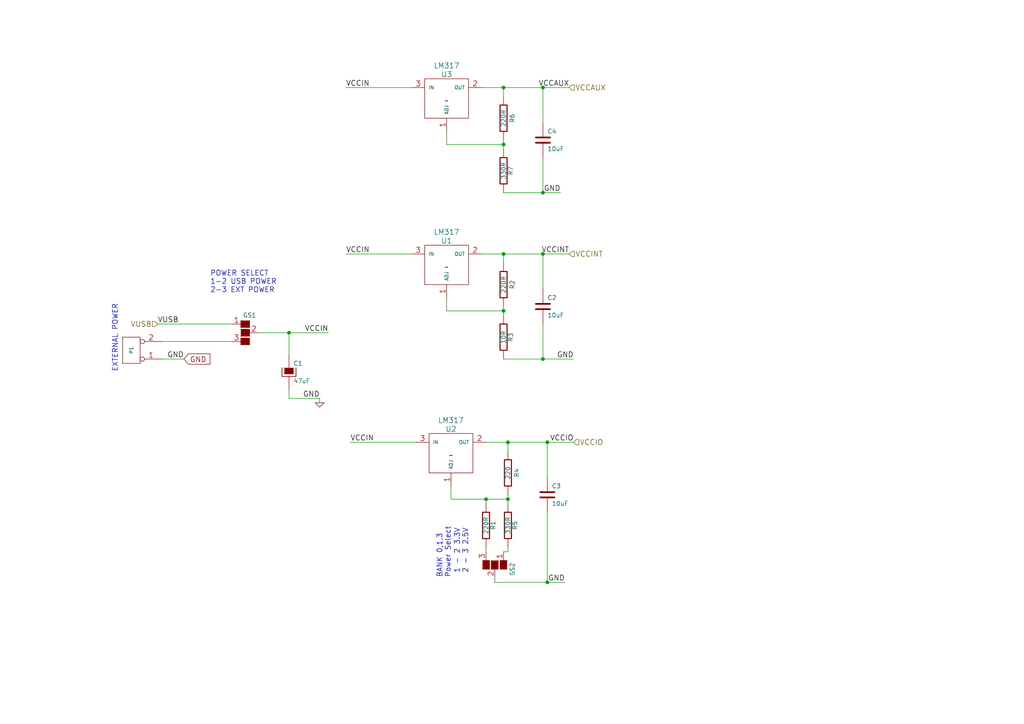
<source format=kicad_sch>
(kicad_sch (version 20211123) (generator eeschema)
  (paper "A4")
  (title_block (title "MIMAS SPARTAN 6 FPGA MODULE") (date "3 dec 2013") (company "Numato Lab") (comment 1 "http://www.numato.com") (comment 2 "License : CC BY-SA"))
  (lib_symbols
    (symbol "Mimas-rescue:C" (pin_numbers hide) (pin_names (offset 0.254))
      (property "Reference" "C" (at 0 2.54 0))
      (property "Value" "C" (at 0.1524 -2.159 0))
      (symbol "C_0_1"
        (polyline (pts (xy -2.032 -0.762) (xy 2.032 -0.762)) (stroke (width 0.508)))
        (polyline (pts (xy -2.032 0.762) (xy 2.032 0.762)) (stroke (width 0.508)))
      )
      (symbol "C_1_1"
        (pin passive line (at 0 5.08 270) (length 4.318) (name "~") (number "1"))
        (pin passive line (at 0 -5.08 90) (length 4.318) (name "~") (number "2"))
      )
    )
    (symbol "Mimas-rescue:CAPAPOL" (pin_numbers hide) (pin_names (offset 0.254) hide)
      (property "Reference" "C" (at 1.27 2.54 0))
      (property "Value" "CAPAPOL" (at 1.27 -2.54 0))
      (symbol "CAPAPOL_0_1"
        (polyline (pts (xy -2.032 1.27) (xy -2.032 -1.27) (xy 2.032 -1.27) (xy 2.032 1.27)) (stroke (width 0.2032)))
        (polyline (pts (xy -1.27 1.27) (xy -1.27 -0.508) (xy 1.27 -0.508) (xy 1.27 1.27)) (fill (type outline)))
      )
      (symbol "CAPAPOL_1_1"
        (pin passive line (at 0 5.08 270) (length 3.81) (name "~") (number "1"))
        (pin passive line (at 0 -5.08 90) (length 3.81) (name "~") (number "2"))
      )
    )
    (symbol "Mimas-rescue:CONN_2" (pin_names (offset 1.016) hide)
      (property "Reference" "P" (at -1.27 0 90))
      (property "Value" "CONN_2" (at 1.27 0 90))
      (symbol "CONN_2_0_1"
        (rectangle (start -2.54 3.81) (end 2.54 -3.81))
      )
      (symbol "CONN_2_1_1"
        (pin passive inverted (at -8.89 2.54 0) (length 6.35) (name "P1") (number "1"))
        (pin passive inverted (at -8.89 -2.54 0) (length 6.35) (name "PM") (number "2"))
      )
    )
    (symbol "Mimas-rescue:GND" (power) (pin_names (offset 0))
      (symbol "GND_0_1"
        (polyline (pts (xy -1.27 0) (xy 0 -1.27) (xy 1.27 0) (xy -1.27 0)))
      )
      (symbol "GND_1_1"
        (pin power_in line (at 0 0 90) (length 0) hide (name "GND") (number "1"))
      )
    )
    (symbol "Mimas-rescue:GS3" (pin_names (offset 1.016) hide)
      (property "Reference" "GS" (at 1.27 5.08 0))
      (property "Value" "GS3" (at 1.27 -5.0546 0))
      (symbol "GS3_0_1"
        (polyline (pts (xy -1.27 -3.556) (xy -1.27 -1.524) (xy 1.27 -1.524) (xy 1.27 -3.556)) (fill (type outline)))
        (polyline (pts (xy -1.27 1.016) (xy 1.27 1.016) (xy 1.27 -1.016) (xy -1.27 -1.016)) (fill (type outline)))
        (polyline (pts (xy -1.27 3.556) (xy -1.27 1.524) (xy 1.27 1.524) (xy 1.27 3.556)) (fill (type outline)))
      )
      (symbol "GS3_1_1"
        (pin passive line (at -3.81 2.54 0) (length 2.54) (name "G1") (number "1"))
        (pin passive line (at 3.81 0 180) (length 2.54) (name "G2") (number "2"))
        (pin passive line (at -3.81 -2.54 0) (length 2.54) (name "G3") (number "3"))
      )
    )
    (symbol "Mimas-rescue:LM317_SOT223" (pin_names (offset 1.016))
      (property "Reference" "U" (at 0 7.62 0))
      (property "Value" "LM317_SOT223" (at 1.27 -6.35 0))
      (symbol "LM317_SOT223_0_1"
        (rectangle (start -6.35 6.35) (end 6.35 -5.08))
      )
      (symbol "LM317_SOT223_1_1"
        (pin input line (at 0 -8.89 90) (length 3.81) (name "ADJ") (number "1"))
        (pin power_out line (at 10.16 3.81 180) (length 3.81) (name "OUT") (number "2"))
        (pin input line (at -10.16 3.81 0) (length 3.81) (name "IN") (number "3"))
      )
    )
    (symbol "Mimas-rescue:R" (pin_numbers hide) (pin_names (offset 0))
      (property "Reference" "R" (at 2.032 0 90))
      (property "Value" "R" (at 0.1778 0.0254 90))
      (symbol "R_0_1"
        (rectangle (start -1.016 3.81) (end 1.016 -3.81) (stroke (width 0.3048)))
      )
      (symbol "R_1_1"
        (pin passive line (at 0 6.35 270) (length 2.54) (name "~") (number "1"))
        (pin passive line (at 0 -6.35 90) (length 2.54) (name "~") (number "2"))
      )
    )
  )
  (junction (at 157.48 55.88))
  (junction (at 146.05 90.17))
  (junction (at 140.97 144.78))
  (junction (at 157.48 73.66))
  (junction (at 158.75 128.27))
  (junction (at 83.82 96.52))
  (junction (at 146.05 25.4))
  (junction (at 146.05 73.66))
  (junction (at 146.05 41.91))
  (junction (at 147.32 128.27))
  (junction (at 157.48 25.4))
  (junction (at 147.32 144.78))
  (junction (at 158.75 168.91))
  (junction (at 157.48 104.14))
  (wire (pts (xy 140.97 160.02) (xy 140.97 158.75)))
  (wire (pts (xy 146.05 40.64) (xy 146.05 41.91)))
  (wire (pts (xy 157.48 73.66) (xy 165.1 73.66)))
  (wire (pts (xy 147.32 160.02) (xy 147.32 158.75)))
  (wire (pts (xy 157.48 35.56) (xy 157.48 25.4)))
  (wire (pts (xy 74.93 96.52) (xy 83.82 96.52)))
  (wire (pts (xy 157.48 93.98) (xy 157.48 104.14)))
  (wire (pts (xy 146.05 104.14) (xy 157.48 104.14)))
  (wire (pts (xy 129.54 86.36) (xy 129.54 90.17)))
  (wire (pts (xy 158.75 128.27) (xy 166.37 128.27)))
  (wire (pts (xy 139.7 73.66) (xy 146.05 73.66)))
  (wire (pts (xy 83.82 102.87) (xy 83.82 96.52)))
  (wire (pts (xy 140.97 146.05) (xy 140.97 144.78)))
  (wire (pts (xy 158.75 148.59) (xy 158.75 168.91)))
  (wire (pts (xy 158.75 168.91) (xy 163.83 168.91)))
  (wire (pts (xy 143.51 168.91) (xy 158.75 168.91)))
  (wire (pts (xy 146.05 55.88) (xy 157.48 55.88)))
  (wire (pts (xy 129.54 90.17) (xy 146.05 90.17)))
  (wire (pts (xy 119.38 73.66) (xy 100.33 73.66)))
  (wire (pts (xy 120.65 128.27) (xy 101.6 128.27)))
  (wire (pts (xy 146.05 88.9) (xy 146.05 90.17)))
  (wire (pts (xy 92.71 115.57) (xy 92.71 116.84)))
  (wire (pts (xy 83.82 96.52) (xy 95.25 96.52)))
  (wire (pts (xy 146.05 27.94) (xy 146.05 25.4)))
  (wire (pts (xy 146.05 160.02) (xy 147.32 160.02)))
  (wire (pts (xy 146.05 76.2) (xy 146.05 73.66)))
  (wire (pts (xy 146.05 25.4) (xy 157.48 25.4)))
  (wire (pts (xy 147.32 144.78) (xy 147.32 146.05)))
  (wire (pts (xy 130.81 140.97) (xy 130.81 144.78)))
  (wire (pts (xy 139.7 25.4) (xy 146.05 25.4)))
  (wire (pts (xy 83.82 113.03) (xy 83.82 115.57)))
  (wire (pts (xy 157.48 83.82) (xy 157.48 73.66)))
  (wire (pts (xy 46.99 104.14) (xy 53.34 104.14)))
  (wire (pts (xy 140.97 144.78) (xy 147.32 144.78)))
  (wire (pts (xy 143.51 168.91) (xy 143.51 167.64)))
  (wire (pts (xy 147.32 128.27) (xy 158.75 128.27)))
  (wire (pts (xy 157.48 25.4) (xy 165.1 25.4)))
  (wire (pts (xy 157.48 104.14) (xy 166.37 104.14)))
  (wire (pts (xy 83.82 115.57) (xy 92.71 115.57)))
  (wire (pts (xy 146.05 73.66) (xy 157.48 73.66)))
  (wire (pts (xy 157.48 45.72) (xy 157.48 55.88)))
  (wire (pts (xy 45.72 93.98) (xy 67.31 93.98)))
  (wire (pts (xy 129.54 38.1) (xy 129.54 41.91)))
  (wire (pts (xy 146.05 41.91) (xy 146.05 43.18)))
  (wire (pts (xy 130.81 144.78) (xy 140.97 144.78)))
  (wire (pts (xy 140.97 128.27) (xy 147.32 128.27)))
  (wire (pts (xy 157.48 55.88) (xy 162.56 55.88)))
  (wire (pts (xy 147.32 143.51) (xy 147.32 144.78)))
  (wire (pts (xy 119.38 25.4) (xy 100.33 25.4)))
  (wire (pts (xy 46.99 99.06) (xy 67.31 99.06)))
  (wire (pts (xy 147.32 130.81) (xy 147.32 128.27)))
  (wire (pts (xy 146.05 90.17) (xy 146.05 91.44)))
  (wire (pts (xy 129.54 41.91) (xy 146.05 41.91)))
  (wire (pts (xy 158.75 138.43) (xy 158.75 128.27)))
  (text "EXTERNAL POWER" (at 34.29 107.95 90) (effects (font (size 1.4986 1.4986)) (justify left bottom)))
  (text "BANK 0,1,3\nPower Select" (at 130.81 167.64 90) (effects (font (size 1.4986 1.4986)) (justify left bottom)))
  (text "POWER SELECT\n1-2 USB POWER\n2-3 EXT POWER" (at 60.96 85.09 0) (effects (font (size 1.4986 1.4986)) (justify left bottom)))
  (text "1 - 2 3.3V\n2 - 3 2.5V" (at 135.89 166.37 90) (effects (font (size 1.4986 1.4986)) (justify left bottom)))
  (label "GND" (at 92.71 115.57 180) (effects (font (size 1.524 1.524))))
  (label "VCCIN" (at 100.33 25.4 0) (effects (font (size 1.524 1.524))))
  (label "VCCIO" (at 166.37 128.27 180) (effects (font (size 1.524 1.524))))
  (label "VCCINT" (at 165.1 73.66 180) (effects (font (size 1.524 1.524))))
  (label "VCCIN" (at 100.33 73.66 0) (effects (font (size 1.524 1.524))))
  (label "VCCAUX" (at 165.1 25.4 180) (effects (font (size 1.524 1.524))))
  (label "VCCIN" (at 101.6 128.27 0) (effects (font (size 1.524 1.524))))
  (label "VUSB" (at 45.72 93.98 0) (effects (font (size 1.524 1.524))))
  (label "GND" (at 166.37 104.14 180) (effects (font (size 1.524 1.524))))
  (label "GND" (at 53.34 104.14 180) (effects (font (size 1.524 1.524))))
  (label "VCCIN" (at 95.25 96.52 180) (effects (font (size 1.524 1.524))))
  (label "GND" (at 163.83 168.91 180) (effects (font (size 1.524 1.524))))
  (label "GND" (at 162.56 55.88 180) (effects (font (size 1.524 1.524))))
  (global_label "GND" (shape input) (at 53.34 104.14 0) (effects (font (size 1.524 1.524))) (property "Intersheet References" "${INTERSHEET_REFS}" (effects hide)))
  (hierarchical_label "VUSB" (shape input) (at 45.72 93.98 180) (effects (font (size 1.524 1.524))))
  (hierarchical_label "VCCINT" (shape input) (at 165.1 73.66 0) (effects (font (size 1.524 1.524))))
  (hierarchical_label "VCCIO" (shape input) (at 166.37 128.27 0) (effects (font (size 1.524 1.524))))
  (hierarchical_label "VCCAUX" (shape input) (at 165.1 25.4 0) (effects (font (size 1.524 1.524))))
  (symbol (lib_id "Mimas-rescue:CONN_2") (at 38.1 101.6 180) (unit 1)
    (property "Reference" "P1" (at 38.1 101.6 90) (effects (font (size 1.016 1.016))))
    (property "Value" "CONN_2" (effects hide))
  )
  (symbol (lib_id "Mimas-rescue:C") (at 157.48 40.64 0)
    (property "Reference" "C4" (at 158.75 38.1 0) (effects (justify left)))
    (property "Value" "10uF" (at 158.75 43.18 0) (effects (justify left)))
  )
  (symbol (lib_id "Mimas-rescue:R") (at 146.05 34.29 0) (unit 1)
    (property "Reference" "R6" (at 148.59 34.29 90))
    (property "Value" "220R" (at 146.05 34.29 90))
  )
  (symbol (lib_id "Mimas-rescue:R") (at 146.05 49.53 0) (unit 1)
    (property "Reference" "R7" (at 148.082 49.53 90))
    (property "Value" "330R" (at 146.05 49.53 90))
  )
  (symbol (lib_id "Mimas-rescue:C") (at 157.48 88.9 0)
    (property "Reference" "C2" (at 158.75 86.36 0) (effects (justify left)))
    (property "Value" "10uF" (at 158.75 91.44 0) (effects (justify left)))
  )
  (symbol (lib_id "Mimas-rescue:R") (at 146.05 82.55 0) (unit 1)
    (property "Reference" "R2" (at 148.59 82.55 90))
    (property "Value" "220R" (at 146.05 82.55 90))
  )
  (symbol (lib_id "Mimas-rescue:R") (at 146.05 97.79 0) (unit 1)
    (property "Reference" "R3" (at 148.082 97.79 90))
    (property "Value" "10R" (at 146.05 97.79 90))
  )
  (symbol (lib_id "Mimas-rescue:C") (at 158.75 143.51 0)
    (property "Reference" "C3" (at 160.02 140.97 0) (effects (justify left)))
    (property "Value" "10uF" (at 160.02 146.05 0) (effects (justify left)))
  )
  (symbol (lib_id "Mimas-rescue:R") (at 147.32 137.16 0) (unit 1)
    (property "Reference" "R4" (at 149.86 137.16 90))
    (property "Value" "220" (at 147.32 137.16 90))
  )
  (symbol (lib_id "Mimas-rescue:R") (at 147.32 152.4 0) (unit 1)
    (property "Reference" "R5" (at 149.352 152.4 90))
    (property "Value" "330R" (at 147.32 152.4 90))
  )
  (symbol (lib_id "Mimas-rescue:GS3") (at 71.12 96.52 0) (unit 1)
    (property "Reference" "GS1" (at 72.39 91.44 0))
    (property "Value" "GS3" (effects hide))
  )
  (symbol (lib_id "Mimas-rescue:CAPAPOL") (at 83.82 107.95 0) (unit 1)
    (property "Reference" "C1" (at 85.09 105.41 0) (effects (justify left)))
    (property "Value" "47uF" (at 85.09 110.49 0) (effects (justify left)))
  )
  (symbol (lib_id "Mimas-rescue:GS3") (at 143.51 163.83 270) (unit 1)
    (property "Reference" "GS2" (at 148.59 165.1 0))
    (property "Value" "GS3" (effects hide))
  )
  (symbol (lib_id "Mimas-rescue:R") (at 140.97 152.4 0) (unit 1)
    (property "Reference" "R1" (at 143.002 152.4 90))
    (property "Value" "220R" (at 140.97 152.4 90))
  )
  (symbol (lib_id "Mimas-rescue:GND") (at 92.71 116.84 0) (unit 1)
    (property "Reference" "#PWR01" (effects hide))
    (property "Value" "GND" (effects hide))
  )
  (symbol (lib_id "Mimas-rescue:LM317_SOT223") (at 129.54 29.21 0) (unit 1)
    (property "Reference" "U3" (at 129.54 21.59 0) (effects (font (size 1.524 1.524))))
    (property "Value" "LM317" (at 125.73 19.05 0) (effects (font (size 1.524 1.524)) (justify left)))
    (property "Footprint" "~" (at 129.54 29.21 0) (effects (font (size 1.524 1.524))))
    (property "Datasheet" "~" (at 129.54 29.21 0) (effects (font (size 1.524 1.524))))
  )
  (symbol (lib_id "Mimas-rescue:LM317_SOT223") (at 129.54 77.47 0) (unit 1)
    (property "Reference" "U1" (at 129.54 69.85 0) (effects (font (size 1.524 1.524))))
    (property "Value" "LM317" (at 125.73 67.31 0) (effects (font (size 1.524 1.524)) (justify left)))
    (property "Footprint" "~" (at 129.54 77.47 0) (effects (font (size 1.524 1.524))))
    (property "Datasheet" "~" (at 129.54 77.47 0) (effects (font (size 1.524 1.524))))
  )
  (symbol (lib_id "Mimas-rescue:LM317_SOT223") (at 130.81 132.08 0) (unit 1)
    (property "Reference" "U2" (at 130.81 124.46 0) (effects (font (size 1.524 1.524))))
    (property "Value" "LM317" (at 127 121.92 0) (effects (font (size 1.524 1.524)) (justify left)))
    (property "Footprint" "~" (at 130.81 132.08 0) (effects (font (size 1.524 1.524))))
    (property "Datasheet" "~" (at 130.81 132.08 0) (effects (font (size 1.524 1.524))))
  )
)
</source>
